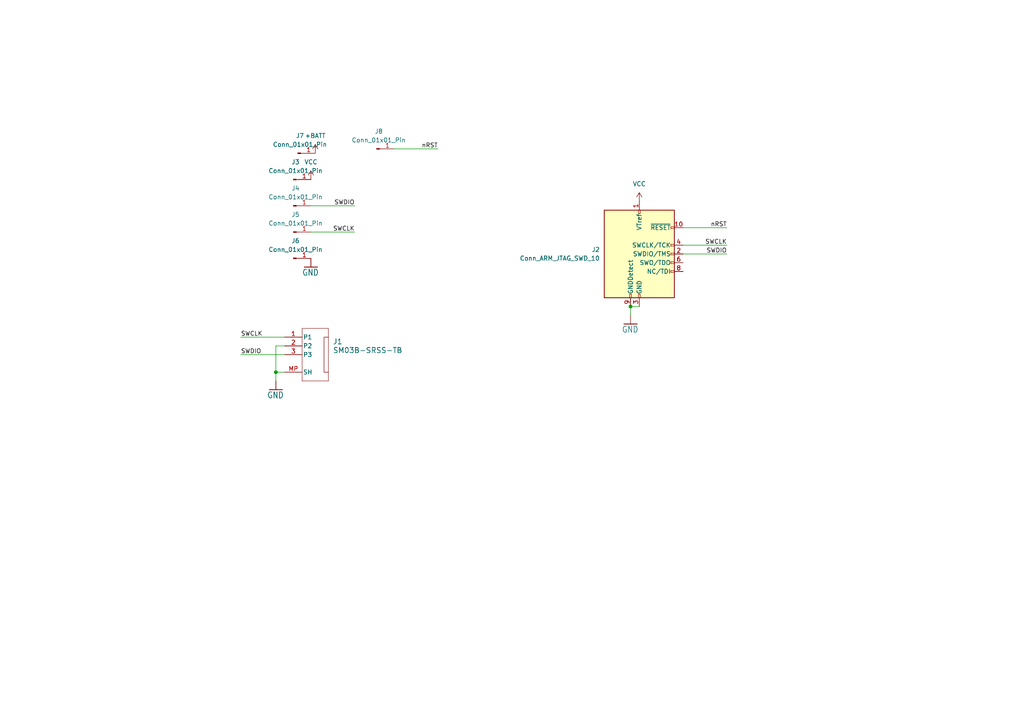
<source format=kicad_sch>
(kicad_sch (version 20231120) (generator "eeschema") (generator_version "8.0")
  (paper "A4")
  (lib_symbols
    (symbol "2024-04-02_03-09-05:SM03B-SRSS-TB" (pin_names (offset 0.254))
      (property "Reference" "J5" (at 13.97 -1.27 0))
      (property "Value" "SM03B-SRSS-TB" (at 13.97 -3.81 0))
      (symbol "SM03B-SRSS-TB_0_1"
        (polyline (pts (xy 12.7 0) (xy 11.43 0) (xy 11.43 -10.16) (xy 12.7 -10.16)))
      )
      (symbol "SM03B-SRSS-TB_1_1"
        (polyline (pts (xy 5.08 -12.7) (xy 12.7 -12.7)) (stroke (width 0.127)))
        (polyline (pts (xy 5.08 2.54) (xy 5.08 -12.7)) (stroke (width 0.127)))
        (polyline (pts (xy 12.7 -12.7) (xy 12.7 2.54)) (stroke (width 0.127)))
        (polyline (pts (xy 12.7 2.54) (xy 5.08 2.54)) (stroke (width 0.127)))
        (pin unspecified line (at 0 0 0) (length 5.08) (name "P1") (number "1"))
        (pin unspecified line (at 0 -2.54 0) (length 5.08) (name "P2") (number "2"))
        (pin unspecified line (at 0 -5.08 0) (length 5.08) (name "P3") (number "3"))
        (pin unspecified line (at 0 -10.16 0) (length 5.08) (name "SH") (number "MP"))
      )
      (symbol "SM03B-SRSS-TB_1_2"
        (polyline (pts (xy 5.08 -7.62) (xy 12.7 -7.62)) (stroke (width 0.127)))
        (polyline (pts (xy 5.08 2.54) (xy 5.08 -7.62)) (stroke (width 0.127)))
        (polyline (pts (xy 7.62 -5.08) (xy 5.08 -5.08)) (stroke (width 0.127)))
        (polyline (pts (xy 7.62 -5.08) (xy 8.89 -5.9267)) (stroke (width 0.127)))
        (polyline (pts (xy 7.62 -5.08) (xy 8.89 -4.2333)) (stroke (width 0.127)))
        (polyline (pts (xy 7.62 -2.54) (xy 5.08 -2.54)) (stroke (width 0.127)))
        (polyline (pts (xy 7.62 -2.54) (xy 8.89 -3.3867)) (stroke (width 0.127)))
        (polyline (pts (xy 7.62 -2.54) (xy 8.89 -1.6933)) (stroke (width 0.127)))
        (polyline (pts (xy 7.62 0) (xy 5.08 0)) (stroke (width 0.127)))
        (polyline (pts (xy 7.62 0) (xy 8.89 -0.8467)) (stroke (width 0.127)))
        (polyline (pts (xy 7.62 0) (xy 8.89 0.8467)) (stroke (width 0.127)))
        (polyline (pts (xy 12.7 -7.62) (xy 12.7 2.54)) (stroke (width 0.127)))
        (polyline (pts (xy 12.7 2.54) (xy 5.08 2.54)) (stroke (width 0.127)))
        (pin unspecified line (at 0 0 0) (length 5.08) (name "1") (number "1"))
        (pin unspecified line (at 0 -2.54 0) (length 5.08) (name "2") (number "2"))
        (pin unspecified line (at 0 -5.08 0) (length 5.08) (name "3") (number "3"))
      )
    )
    (symbol "Connector:Conn_01x01_Pin" (pin_names (offset 1.016) hide)
      (property "Reference" "J" (at 0 2.54 0))
      (property "Value" "Conn_01x01_Pin" (at 0 -2.54 0))
      (symbol "Conn_01x01_Pin_1_1"
        (polyline (pts (xy 1.27 0) (xy 0.8636 0)) (stroke (width 0.1524)))
        (rectangle (start 0.8636 0.127) (end 0 -0.127) (stroke (width 0.1524)) (fill (type outline)))
        (pin passive line (at 5.08 0 180) (length 3.81) (name "Pin_1") (number "1"))
      )
    )
    (symbol "Connector:Conn_ARM_JTAG_SWD_10" (pin_names (offset 1.016))
      (property "Reference" "J" (at -2.54 16.51 0))
      (property "Value" "Conn_ARM_JTAG_SWD_10" (at -2.54 13.97 0))
      (symbol "Conn_ARM_JTAG_SWD_10_0_1"
        (rectangle (start -10.16 12.7) (end 10.16 -12.7) (stroke (width 0.254)) (fill (type background)))
        (rectangle (start -2.794 -12.7) (end -2.286 -11.684))
        (rectangle (start -0.254 -12.7) (end 0.254 -11.684))
        (rectangle (start -0.254 12.7) (end 0.254 11.684))
        (rectangle (start 9.144 2.286) (end 10.16 2.794))
        (rectangle (start 10.16 -2.794) (end 9.144 -2.286))
        (rectangle (start 10.16 -0.254) (end 9.144 0.254))
        (rectangle (start 10.16 7.874) (end 9.144 7.366))
      )
      (symbol "Conn_ARM_JTAG_SWD_10_1_1"
        (rectangle (start 9.144 -5.334) (end 10.16 -4.826))
        (pin power_in line (at 0 15.24 270) (length 2.54) (name "VTref") (number "1"))
        (pin open_collector line (at 12.7 7.62 180) (length 2.54) (name "~{RESET}") (number "10"))
        (pin bidirectional line (at 12.7 0 180) (length 2.54) (name "SWDIO/TMS") (number "2"))
        (pin power_in line (at 0 -15.24 90) (length 2.54) (name "GND") (number "3"))
        (pin output line (at 12.7 2.54 180) (length 2.54) (name "SWCLK/TCK") (number "4"))
        (pin passive line (at 0 -15.24 90) (length 2.54) hide (name "GND") (number "5"))
        (pin input line (at 12.7 -2.54 180) (length 2.54) (name "SWO/TDO") (number "6"))
        (pin no_connect line (at -10.16 0 0) (length 2.54) hide (name "KEY") (number "7"))
        (pin output line (at 12.7 -5.08 180) (length 2.54) (name "NC/TDI") (number "8"))
        (pin passive line (at -2.54 -15.24 90) (length 2.54) (name "GNDDetect") (number "9"))
      )
    )
    (symbol "nrf91-feather-eagle-import:GND" (power)
      (property "Value" "GND" (at -2.54 -2.54 0))
      (symbol "GND_1_0"
        (polyline (pts (xy -1.905 0) (xy 1.905 0)) (stroke (width 0.254)))
        (pin power_in line (at 0 2.54 270) (length 2.54) (name "GND") (number "1"))
      )
    )
    (symbol "power:+BATT" (power) (pin_numbers hide) (pin_names (offset 0) hide)
      (property "Value" "+BATT" (at 0 3.556 0))
      (symbol "+BATT_0_1"
        (polyline (pts (xy -0.762 1.27) (xy 0 2.54)))
        (polyline (pts (xy 0 0) (xy 0 2.54)))
        (polyline (pts (xy 0 2.54) (xy 0.762 1.27)))
      )
      (symbol "+BATT_1_1"
        (pin power_in line (at 0 0 90) (length 0) (name "~") (number "1"))
      )
    )
    (symbol "power:VCC" (power) (pin_numbers hide) (pin_names (offset 0) hide)
      (property "Value" "VCC" (at 0 3.556 0))
      (symbol "VCC_0_1"
        (polyline (pts (xy -0.762 1.27) (xy 0 2.54)))
        (polyline (pts (xy 0 0) (xy 0 2.54)))
        (polyline (pts (xy 0 2.54) (xy 0.762 1.27)))
      )
      (symbol "VCC_1_1"
        (pin power_in line (at 0 0 90) (length 0) (name "~") (number "1"))
      )
    )
  )
  (junction (at 182.88 88.9))
  (junction (at 80.01 107.95))
  (wire (pts (xy 210.82 66.04) (xy 198.12 66.04)) (stroke (width 0.1524)))
  (wire (pts (xy 102.87 59.69) (xy 90.17 59.69)) (stroke (width 0.1524)))
  (wire (pts (xy 182.88 88.9) (xy 185.42 88.9)))
  (wire (pts (xy 80.01 107.95) (xy 82.55 107.95)))
  (wire (pts (xy 80.01 107.95) (xy 80.01 110.49)))
  (wire (pts (xy 69.85 97.79) (xy 82.55 97.79)) (stroke (width 0.1524)))
  (wire (pts (xy 80.01 100.33) (xy 82.55 100.33)))
  (wire (pts (xy 69.85 102.87) (xy 82.55 102.87)) (stroke (width 0.1524)))
  (wire (pts (xy 210.82 73.66) (xy 198.12 73.66)) (stroke (width 0.1524)))
  (wire (pts (xy 210.82 71.12) (xy 198.12 71.12)) (stroke (width 0.1524)))
  (wire (pts (xy 102.87 67.31) (xy 90.17 67.31)) (stroke (width 0.1524)))
  (wire (pts (xy 80.01 100.33) (xy 80.01 107.95)))
  (wire (pts (xy 127 43.18) (xy 114.3 43.18)) (stroke (width 0.1524)))
  (wire (pts (xy 182.88 88.9) (xy 182.88 91.44)))
  (label "SWDIO" (at 69.85 102.87 0) (effects (font (size 1.2446 1.2446))))
  (label "nRST" (at 210.82 66.04 180) (effects (font (size 1.2446 1.2446))))
  (label "SWCLK" (at 210.82 71.12 180) (effects (font (size 1.2446 1.2446))))
  (label "SWDIO" (at 102.87 59.69 180) (effects (font (size 1.2446 1.2446))))
  (label "SWDIO" (at 210.82 73.66 180) (effects (font (size 1.2446 1.2446))))
  (label "nRST" (at 127 43.18 180) (effects (font (size 1.2446 1.2446))))
  (label "SWCLK" (at 102.87 67.31 180) (effects (font (size 1.2446 1.2446))))
  (label "SWCLK" (at 69.85 97.79 0) (effects (font (size 1.2446 1.2446))))
  (symbol (lib_id "nrf91-feather-eagle-import:GND") (at 90.17 77.47 0) (unit 1)
    (property "Reference" "#GND03" (effects (hide yes)))
    (property "Value" "GND" (at 87.63 80.01 0) (effects (font (size 1.778 1.5113)) (justify left bottom)))
  )
  (symbol (lib_id "Connector:Conn_01x01_Pin") (at 85.09 74.93 0) (unit 1)
    (property "Reference" "J6" (at 85.725 69.85 0))
    (property "Value" "Conn_01x01_Pin" (at 85.725 72.39 0))
    (property "Footprint" "TestPoint:TestPoint_THTPad_D2.5mm_Drill1.2mm" (effects (hide yes)))
    (property "Description" "Generic connector, single row, 01x01, script generated" (effects (hide yes)))
  )
  (symbol (lib_id "power:VCC") (at 90.17 52.07 0) (unit 1)
    (property "Reference" "#PWR02" (effects (hide yes)))
    (property "Value" "VCC" (at 90.17 46.99 0))
    (property "Description" "Power symbol creates a global label with name \"VCC\"" (effects (hide yes)))
  )
  (symbol (lib_id "Connector:Conn_01x01_Pin") (at 85.09 52.07 0) (unit 1)
    (property "Reference" "J3" (at 85.725 46.99 0))
    (property "Value" "Conn_01x01_Pin" (at 85.725 49.53 0))
    (property "Footprint" "TestPoint:TestPoint_THTPad_D2.5mm_Drill1.2mm" (effects (hide yes)))
    (property "Description" "Generic connector, single row, 01x01, script generated" (effects (hide yes)))
  )
  (symbol (lib_id "Connector:Conn_01x01_Pin") (at 85.09 59.69 0) (unit 1)
    (property "Reference" "J4" (at 85.725 54.61 0))
    (property "Value" "Conn_01x01_Pin" (at 85.725 57.15 0))
    (property "Footprint" "TestPoint:TestPoint_THTPad_D2.5mm_Drill1.2mm" (effects (hide yes)))
    (property "Description" "Generic connector, single row, 01x01, script generated" (effects (hide yes)))
  )
  (symbol (lib_id "2024-04-02_03-09-05:SM03B-SRSS-TB") (at 82.55 97.79 0) (unit 1)
    (property "Reference" "J1" (at 96.52 99.06 0) (effects (font (size 1.524 1.524)) (justify left)))
    (property "Value" "SM03B-SRSS-TB" (at 96.52 101.6 0) (effects (font (size 1.524 1.524)) (justify left)))
    (property "Footprint" "Connector_JST:JST_SH_SM03B-SRSS-TB_1x03-1MP_P1.00mm_Horizontal" (effects (hide yes)))
    (property "Datasheet" "SM03B-SRSS-TB" (effects (hide yes)))
    (property "Circuit Dojo PN" "CON-SM03B-SRSS-TB" (effects (hide yes)))
  )
  (symbol (lib_id "power:+BATT") (at 91.44 44.45 0) (unit 1)
    (property "Reference" "#PWR03" (effects (hide yes)))
    (property "Value" "+BATT" (at 91.44 39.37 0))
    (property "Description" "Power symbol creates a global label with name \"+BATT\"" (effects (hide yes)))
  )
  (symbol (lib_id "Connector:Conn_01x01_Pin") (at 86.36 44.45 0) (unit 1)
    (property "Reference" "J7" (at 86.995 39.37 0))
    (property "Value" "Conn_01x01_Pin" (at 86.995 41.91 0))
    (property "Footprint" "TestPoint:TestPoint_THTPad_D2.5mm_Drill1.2mm" (effects (hide yes)))
    (property "Description" "Generic connector, single row, 01x01, script generated" (effects (hide yes)))
  )
  (symbol (lib_id "Connector:Conn_ARM_JTAG_SWD_10") (at 185.42 73.66 0) (unit 1)
    (property "Reference" "J2" (at 173.99 72.3899 0) (effects (justify right)))
    (property "Value" "Conn_ARM_JTAG_SWD_10" (at 173.99 74.9299 0) (effects (justify right)))
    (property "Footprint" "Circuit Dojo:PinHeader_2x05_P1.27mm_Vertical_SMD" (effects (hide yes)))
    (property "Datasheet" "http://infocenter.arm.com/help/topic/com.arm.doc.ddi0314h/DDI0314H_coresight_components_trm.pdf" (effects (hide yes)))
    (property "Description" "Cortex Debug Connector, standard ARM Cortex-M SWD and JTAG interface" (effects (hide yes)))
  )
  (symbol (lib_id "Connector:Conn_01x01_Pin") (at 109.22 43.18 0) (unit 1)
    (property "Reference" "J8" (at 109.855 38.1 0))
    (property "Value" "Conn_01x01_Pin" (at 109.855 40.64 0))
    (property "Footprint" "TestPoint:TestPoint_THTPad_D2.5mm_Drill1.2mm" (effects (hide yes)))
    (property "Description" "Generic connector, single row, 01x01, script generated" (effects (hide yes)))
  )
  (symbol (lib_id "power:VCC") (at 185.42 58.42 0) (unit 1)
    (property "Reference" "#PWR01" (effects (hide yes)))
    (property "Value" "VCC" (at 185.42 53.34 0))
    (property "Description" "Power symbol creates a global label with name \"VCC\"" (effects (hide yes)))
  )
  (symbol (lib_id "Connector:Conn_01x01_Pin") (at 85.09 67.31 0) (unit 1)
    (property "Reference" "J5" (at 85.725 62.23 0))
    (property "Value" "Conn_01x01_Pin" (at 85.725 64.77 0))
    (property "Footprint" "TestPoint:TestPoint_THTPad_D2.5mm_Drill1.2mm" (effects (hide yes)))
    (property "Description" "Generic connector, single row, 01x01, script generated" (effects (hide yes)))
  )
  (symbol (lib_id "nrf91-feather-eagle-import:GND") (at 80.01 113.03 0) (unit 1)
    (property "Reference" "#GND01" (effects (hide yes)))
    (property "Value" "GND" (at 77.47 115.57 0) (effects (font (size 1.778 1.5113)) (justify left bottom)))
  )
  (symbol (lib_id "nrf91-feather-eagle-import:GND") (at 182.88 93.98 0) (unit 1)
    (property "Reference" "#GND02" (effects (hide yes)))
    (property "Value" "GND" (at 180.34 96.52 0) (effects (font (size 1.778 1.5113)) (justify left bottom)))
  )
)
</source>
